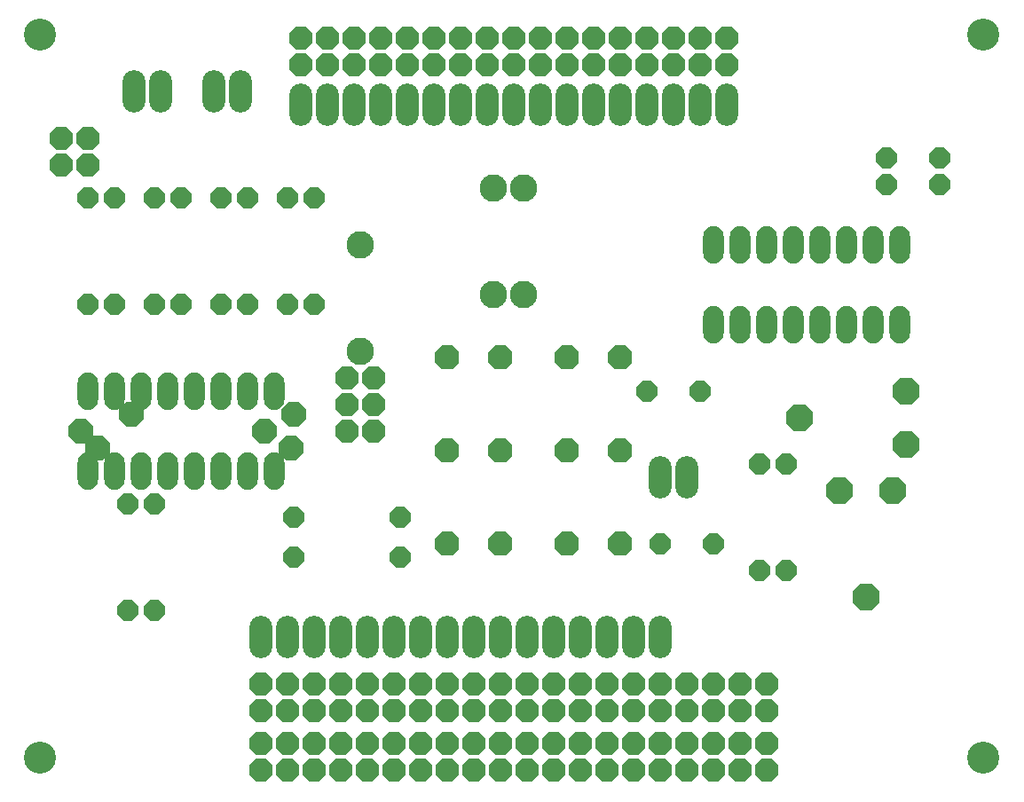
<source format=gbr>
G75*
G70*
%OFA0B0*%
%FSLAX24Y24*%
%IPPOS*%
%LPD*%
%AMOC8*
5,1,8,0,0,1.08239X$1,22.5*
%
%ADD10C,0.1200*%
%ADD11OC8,0.0864*%
%ADD12O,0.0864X0.1584*%
%ADD13OC8,0.0768*%
%ADD14O,0.0768X0.1408*%
%ADD15OC8,0.0900*%
%ADD16OC8,0.1008*%
%ADD17OC8,0.0912*%
%ADD18C,0.1032*%
D10*
X002120Y004559D03*
X002120Y031724D03*
X037553Y031724D03*
X037553Y004559D03*
D11*
X029401Y004090D03*
X028401Y004090D03*
X027401Y004090D03*
X026401Y004090D03*
X025401Y004090D03*
X024401Y004090D03*
X023401Y004090D03*
X022401Y004090D03*
X021401Y004090D03*
X020401Y004090D03*
X019401Y004090D03*
X018401Y004090D03*
X017401Y004090D03*
X016401Y004090D03*
X015401Y004090D03*
X014401Y004090D03*
X013401Y004090D03*
X012401Y004090D03*
X011401Y004090D03*
X010401Y004090D03*
X010401Y005090D03*
X011401Y005090D03*
X012401Y005090D03*
X013401Y005090D03*
X014401Y005090D03*
X015401Y005090D03*
X016401Y005090D03*
X017401Y005090D03*
X018401Y005090D03*
X019401Y005090D03*
X020401Y005090D03*
X021401Y005090D03*
X022401Y005090D03*
X023401Y005090D03*
X024401Y005090D03*
X025401Y005090D03*
X026401Y005090D03*
X027401Y005090D03*
X028401Y005090D03*
X029401Y005090D03*
X029401Y006340D03*
X028401Y006340D03*
X027401Y006340D03*
X026401Y006340D03*
X025401Y006340D03*
X024401Y006340D03*
X023401Y006340D03*
X022401Y006340D03*
X021401Y006340D03*
X020401Y006340D03*
X019401Y006340D03*
X018401Y006340D03*
X017401Y006340D03*
X016401Y006340D03*
X015401Y006340D03*
X014401Y006340D03*
X013401Y006340D03*
X012401Y006340D03*
X011401Y006340D03*
X010401Y006340D03*
X010401Y007340D03*
X011401Y007340D03*
X012401Y007340D03*
X013401Y007340D03*
X014401Y007340D03*
X015401Y007340D03*
X016401Y007340D03*
X017401Y007340D03*
X018401Y007340D03*
X019401Y007340D03*
X020401Y007340D03*
X021401Y007340D03*
X022401Y007340D03*
X023401Y007340D03*
X024401Y007340D03*
X025401Y007340D03*
X026401Y007340D03*
X027401Y007340D03*
X028401Y007340D03*
X029401Y007340D03*
X014651Y016840D03*
X013651Y016840D03*
X013651Y017840D03*
X014651Y017840D03*
X014651Y018840D03*
X013651Y018840D03*
X003901Y026840D03*
X002901Y026840D03*
X002901Y027840D03*
X003901Y027840D03*
X011901Y030590D03*
X012901Y030590D03*
X013901Y030590D03*
X014901Y030590D03*
X015901Y030590D03*
X016901Y030590D03*
X017901Y030590D03*
X018901Y030590D03*
X019901Y030590D03*
X020901Y030590D03*
X021901Y030590D03*
X022901Y030590D03*
X023901Y030590D03*
X024901Y030590D03*
X025901Y030590D03*
X026901Y030590D03*
X027901Y030590D03*
X027901Y031590D03*
X026901Y031590D03*
X025901Y031590D03*
X024901Y031590D03*
X023901Y031590D03*
X022901Y031590D03*
X021901Y031590D03*
X020901Y031590D03*
X019901Y031590D03*
X018901Y031590D03*
X017901Y031590D03*
X016901Y031590D03*
X015901Y031590D03*
X014901Y031590D03*
X013901Y031590D03*
X012901Y031590D03*
X011901Y031590D03*
D12*
X009651Y029590D03*
X008651Y029590D03*
X006651Y029590D03*
X005651Y029590D03*
X011901Y029090D03*
X012901Y029090D03*
X013901Y029090D03*
X014901Y029090D03*
X015901Y029090D03*
X016901Y029090D03*
X017901Y029090D03*
X018901Y029090D03*
X019901Y029090D03*
X020901Y029090D03*
X021901Y029090D03*
X022901Y029090D03*
X023901Y029090D03*
X024901Y029090D03*
X025901Y029090D03*
X026901Y029090D03*
X027901Y029090D03*
X026401Y015090D03*
X025401Y015090D03*
X025401Y009090D03*
X024401Y009090D03*
X023401Y009090D03*
X022401Y009090D03*
X021401Y009090D03*
X020401Y009090D03*
X019401Y009090D03*
X018401Y009090D03*
X017401Y009090D03*
X016401Y009090D03*
X015401Y009090D03*
X014401Y009090D03*
X013401Y009090D03*
X012401Y009090D03*
X011401Y009090D03*
X010401Y009090D03*
D13*
X011651Y012090D03*
X011651Y013590D03*
X015651Y013590D03*
X015651Y012090D03*
X006401Y010090D03*
X005401Y010090D03*
X005401Y014090D03*
X006401Y014090D03*
X006401Y021590D03*
X007401Y021590D03*
X008901Y021590D03*
X009901Y021590D03*
X011401Y021590D03*
X012401Y021590D03*
X012401Y025590D03*
X011401Y025590D03*
X009901Y025590D03*
X008901Y025590D03*
X007401Y025590D03*
X006401Y025590D03*
X004901Y025590D03*
X003901Y025590D03*
X003901Y021590D03*
X004901Y021590D03*
X024901Y018340D03*
X026901Y018340D03*
X029151Y015590D03*
X030151Y015590D03*
X027401Y012590D03*
X029151Y011590D03*
X030151Y011590D03*
X025401Y012590D03*
X033901Y026090D03*
X033901Y027090D03*
X035901Y027090D03*
X035901Y026090D03*
D14*
X034401Y023840D03*
X033401Y023840D03*
X032401Y023840D03*
X031401Y023840D03*
X030401Y023840D03*
X029401Y023840D03*
X028401Y023840D03*
X027401Y023840D03*
X027401Y020840D03*
X028401Y020840D03*
X029401Y020840D03*
X030401Y020840D03*
X031401Y020840D03*
X032401Y020840D03*
X033401Y020840D03*
X034401Y020840D03*
X010901Y018340D03*
X009901Y018340D03*
X008901Y018340D03*
X007901Y018340D03*
X006901Y018340D03*
X005901Y018340D03*
X004901Y018340D03*
X003901Y018340D03*
X003901Y015340D03*
X004901Y015340D03*
X005901Y015340D03*
X006901Y015340D03*
X007901Y015340D03*
X008901Y015340D03*
X009901Y015340D03*
X010901Y015340D03*
D15*
X017401Y016090D03*
X019401Y016090D03*
X021901Y016090D03*
X023901Y016090D03*
X023901Y019590D03*
X021901Y019590D03*
X019401Y019590D03*
X017401Y019590D03*
X017401Y012590D03*
X019401Y012590D03*
X021901Y012590D03*
X023901Y012590D03*
D16*
X030651Y017340D03*
X032151Y014590D03*
X034151Y014590D03*
X034651Y016340D03*
X034651Y018340D03*
X033151Y010590D03*
D17*
X011526Y016215D03*
X010526Y016840D03*
X011626Y017465D03*
X005526Y017465D03*
X004276Y016215D03*
X003651Y016840D03*
D18*
X014151Y019840D03*
X014151Y023840D03*
X019151Y021965D03*
X020276Y021965D03*
X020276Y025965D03*
X019151Y025965D03*
M02*

</source>
